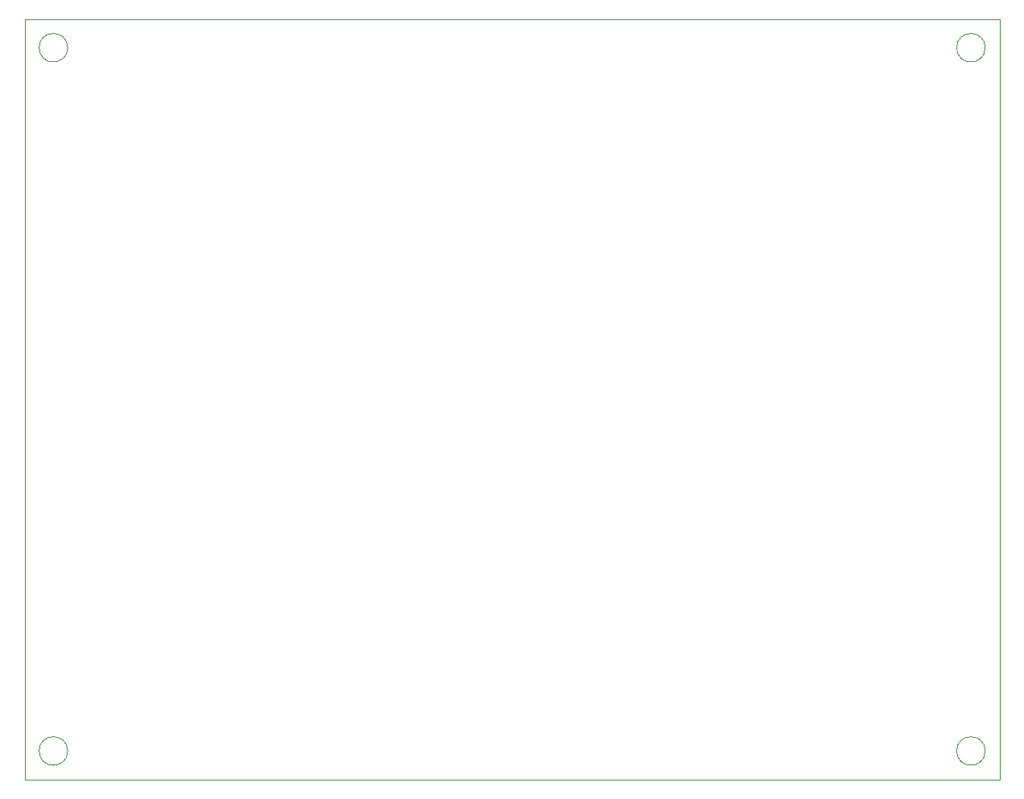
<source format=gbr>
%TF.GenerationSoftware,KiCad,Pcbnew,8.0.3*%
%TF.CreationDate,2024-08-26T23:53:34+05:30*%
%TF.ProjectId,Scout_Board,53636f75-745f-4426-9f61-72642e6b6963,rev?*%
%TF.SameCoordinates,Original*%
%TF.FileFunction,Profile,NP*%
%FSLAX46Y46*%
G04 Gerber Fmt 4.6, Leading zero omitted, Abs format (unit mm)*
G04 Created by KiCad (PCBNEW 8.0.3) date 2024-08-26 23:53:34*
%MOMM*%
%LPD*%
G01*
G04 APERTURE LIST*
%TA.AperFunction,Profile*%
%ADD10C,0.100000*%
%TD*%
G04 APERTURE END LIST*
D10*
X139930000Y-92456000D02*
G75*
G02*
X136930000Y-92456000I-1500000J0D01*
G01*
X136930000Y-92456000D02*
G75*
G02*
X139930000Y-92456000I1500000J0D01*
G01*
X139930000Y-166456000D02*
G75*
G02*
X136930000Y-166456000I-1500000J0D01*
G01*
X136930000Y-166456000D02*
G75*
G02*
X139930000Y-166456000I1500000J0D01*
G01*
X236430000Y-166456000D02*
G75*
G02*
X233430000Y-166456000I-1500000J0D01*
G01*
X233430000Y-166456000D02*
G75*
G02*
X236430000Y-166456000I1500000J0D01*
G01*
X135430000Y-89456000D02*
X237930000Y-89456000D01*
X237930000Y-169456000D01*
X135430000Y-169456000D01*
X135430000Y-89456000D01*
X236430000Y-92456000D02*
G75*
G02*
X233430000Y-92456000I-1500000J0D01*
G01*
X233430000Y-92456000D02*
G75*
G02*
X236430000Y-92456000I1500000J0D01*
G01*
M02*

</source>
